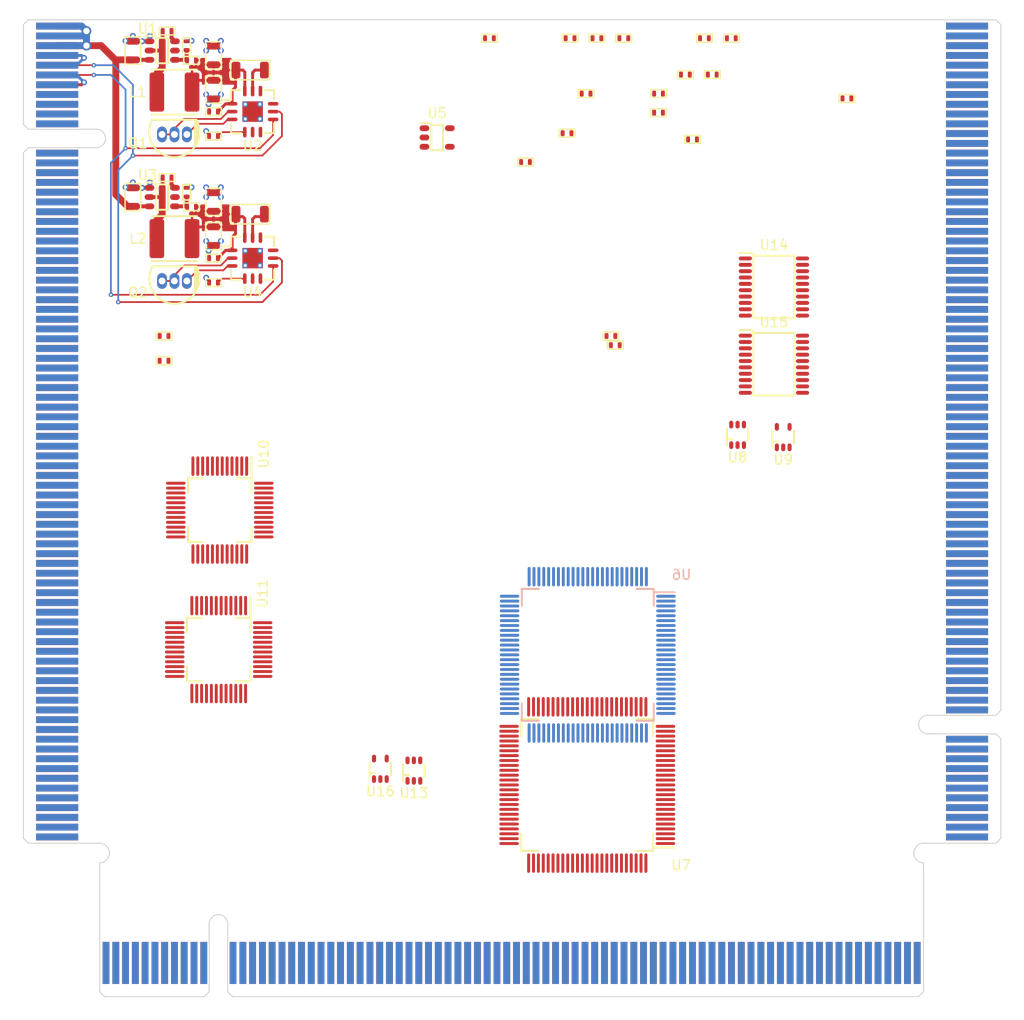
<source format=kicad_pcb>
(kicad_pcb (version 20211014) (generator pcbnew)
  (layers (0 "F.Cu" signal) (1 "In1.Cu" signal) (2 "In2.Cu" signal) (31 "B.Cu" signal) (34 "B.Paste" user) (35 "F.Paste" user) (36 "B.SilkS" user "B.Silkscreen") (37 "F.SilkS" user "F.Silkscreen") (38 "B.Mask" user) (39 "F.Mask" user) (44 "Edge.Cuts" user))
  (net 0 "")
  (net 1 "+12V")
  (net 2 "Net-(C2-Pad1)")
  (net 3 "/SW3v3")
  (net 4 "GND")
  (net 5 "/3v3")
  (net 6 "Net-(C7-Pad1)")
  (net 7 "/SW5v0")
  (net 33 "/5v0")
  (net 34 "/~{RESET}od")
  (net 35 "/SCL")
  (net 36 "/SDA")
  (net 37 "Net-(Q1-Pad1)")
  (net 107 "/T_L_{16}")
  (net 108 "/T_L_{17}")
  (net 109 "/T_L_{18}")
  (net 110 "/T_L_{19}")
  (net 111 "/T_L_{20}")
  (net 112 "/T_L_{21}")
  (net 113 "/T_L_{22}")
  (net 114 "/T_L_{23}")
  (net 115 "/T_L_{24}")
  (net 116 "/T_L_{25}")
  (net 117 "/T_L_{26}")
  (net 118 "/T_L_{27}")
  (net 119 "/T_L_{28}")
  (net 311 "Net-(Q1-Pad2)")
  (net 312 "Net-(Q2-Pad1)")
  (net 313 "Net-(Q2-Pad2)")
  (net 314 "Net-(R1-Pad2)")
  (net 315 "Net-(R3-Pad1)")
  (net 316 "VCC")
  (net 317 "Net-(R5-Pad2)")
  (net 318 "Net-(R7-Pad1)")
  (net 319 "+5V")
  (net 330 "Net-(C12-Pad1)")
  (net 331 "+1V8")
  (net 332 "Net-(R9-Pad1)")
  (net 333 "Net-(R10-Pad1)")
  (net 334 "Net-(R11-Pad1)")
  (net 335 "Net-(R12-Pad1)")
  (net 339 "/T_L_{29}")
  (net 340 "/T_L_{30}")
  (net 341 "/T_L_{31}")
  (net 360 "/T_PN_{16}")
  (net 361 "/T_PN_{17}")
  (net 362 "/T_PN_{18}")
  (net 363 "/T_PN_{19}")
  (net 364 "/T_PN_{20}")
  (net 365 "/T_~{SR2_WE}")
  (net 366 "/SLEEPING")
  (net 368 "/T_RSN_{5}")
  (net 369 "/T_RSN_{4}")
  (net 370 "/T_RSN_{3}")
  (net 371 "/T_RSN_{2}")
  (net 376 "/T_RSN_{1}")
  (net 377 "/T_RSN_{0}")
  (net 378 "/T_SR2_WI_{2}")
  (net 379 "/T_SR2_WI_{1}")
  (net 380 "/T_SR2_WI_{0}")
  (net 385 "/S_SR2_RI_{0}")
  (net 386 "/S_SR2_RI_{1}")
  (net 387 "/S_SR2_RI_{2}")
  (net 388 "/S_RSN_{0}")
  (net 389 "/S_RSN_{1}")
  (net 390 "/S_RSN_{2}")
  (net 395 "/S_RSN_{3}")
  (net 396 "/S_RSN_{4}")
  (net 397 "/S_RSN_{5}")
  (net 399 "/T_PN_{21}")
  (net 400 "/T_PN_{22}")
  (net 401 "/T_PN_{23}")
  (net 402 "/T_PN_{24}")
  (net 403 "/T_PN_{25}")
  (net 404 "/T_PN_{26}")
  (net 405 "/T_PN_{27}")
  (net 406 "/T_PN_{28}")
  (net 409 "/T_PN_{29}")
  (net 410 "/T_PN_{30}")
  (net 411 "/T_PN_{31}")
  (net 428 "/S_BASE_RI_{0}")
  (net 429 "/S_BASE_RI_{1}")
  (net 430 "/S_BASE_RI_{2}")
  (net 436 "/S_BASE_RI_{3}")
  (net 448 "/S_BASE_{16}")
  (net 449 "/TCK")
  (net 450 "/S_BASE_{17}")
  (net 451 "/S_BASE_{18}")
  (net 452 "/S_BASE_{19}")
  (net 453 "/S_BASE_{20}")
  (net 454 "/S_BASE_{21}")
  (net 455 "/S_BASE_{22}")
  (net 456 "/S_BASE_{23}")
  (net 457 "/S_BASE_{24}")
  (net 458 "/S_BASE_{25}")
  (net 459 "/S_BASE_{26}")
  (net 460 "/S_BASE_{27}")
  (net 461 "/TMS")
  (net 462 "/S_BASE_{28}")
  (net 463 "/S_BASE_{29}")
  (net 464 "/S_BASE_{30}")
  (net 465 "/S_BASE_{31}")
  (net 475 "/S_JH_SRC_{0}")
  (net 476 "/S_JH_SRC_{1}")
  (net 478 "/S_JH_SRC_{2}")
  (net 480 "Net-(U13-Pad4)")
  (net 501 "/T_SR2_WSRC_{0}")
  (net 505 "/S_SR2_{24}")
  (net 506 "/S_SR2_{25}")
  (net 507 "/S_SR2_{26}")
  (net 508 "/S_SR2_{27}")
  (net 509 "/S_SR2_{28}")
  (net 510 "/S_SR2_{29}")
  (net 511 "/S_SR2_{30}")
  (net 512 "/S_SR2_{31}")
  (net 513 "/T_SR2_{16}")
  (net 515 "/T_SR2_{17}")
  (net 516 "/T_SR2_{18}")
  (net 517 "/T_SR2_{19}")
  (net 518 "/T_SR2_{20}")
  (net 519 "/T_SR2_WSRC_{1}")
  (net 522 "/T_SR2_{21}")
  (net 523 "/T_SR2_{22}")
  (net 524 "/T_SR2_{24}")
  (net 525 "/T_SR2_{25}")
  (net 526 "/T_SR2_{23}")
  (net 527 "/T_SR2_{26}")
  (net 528 "/T_SR2_{27}")
  (net 529 "/T_SR2_{28}")
  (net 530 "/T_SR2_{29}")
  (net 531 "/T_SR2_{30}")
  (net 532 "/T_SR2_{31}")
  (net 533 "/S_SR2_{16}")
  (net 535 "/S_SR2_{17}")
  (net 536 "/S_SR2_{18}")
  (net 537 "/S_SR2_{19}")
  (net 538 "/S_SR2_{20}")
  (net 539 "/~{RESET}")
  (net 540 "/T_~{INHIBIT_W}")
  (net 541 "/WCLK")
  (net 542 "/RCLK")
  (net 543 "/S_J_{23}")
  (net 544 "/S_J_{22}")
  (net 545 "/S_J_{21}")
  (net 546 "/S_J_{20}")
  (net 547 "/S_J_{19}")
  (net 548 "/S_J_{18}")
  (net 549 "/S_J_{17}")
  (net 550 "/S_J_{16}")
  (net 551 "/S_J_{31}")
  (net 552 "/S_J_{30}")
  (net 553 "/S_J_{29}")
  (net 554 "/S_J_{28}")
  (net 555 "/S_J_{27}")
  (net 556 "/S_J_{26}")
  (net 557 "/S_J_{25}")
  (net 558 "/S_J_{24}")
  (net 569 "/S_SR2_{21}")
  (net 570 "/S_SR2_{22}")
  (net 578 "/S_SR2_{23}")
  (net 579 "Net-(U8-Pad4)")
  (net 580 "/S_~{SR2H_to_J}")
  (net 581 "/T_INHIBIT_W")
  (footprint "footprints:U_QFP-100_14x14_P0.5" (layer "F.Cu") (at 71.24 91.68 180)
    (fp_text reference "U7")
    (fp_text value "CY7C0241-15AC")
  )
  (footprint "footprints:C_0402" (layer "F.Cu") (at 85.98 15.24)
    (fp_text reference "C26")
    (fp_text value "100n")
  )
  (footprint "footprints:U_QFN-12_4x4_P0.8_EP2.1x2.1" (layer "F.Cu") (at 37 37.75)
    (fp_text reference "U4")
    (fp_text value "EMC1702")
  )
  (footprint "footprints:C_0402" (layer "F.Cu") (at 74.98 15.24)
    (fp_text reference "C29")
    (fp_text value "100n")
  )
  (footprint "footprints:R_0402" (layer "F.Cu") (at 74.11 46.66)
    (fp_text reference "R9")
    (fp_text value "1k")
  )
  (footprint "footprints:U_QFP-48_7x7_P0.5" (layer "F.Cu") (at 33.64 63.54 -90)
    (fp_text reference "U10")
    (fp_text value "LC4032x-T48")
  )
  (footprint "footprints:R_1206" (layer "F.Cu") (at 36.75 33.25 180)
    (fp_text reference "R8")
    (fp_text value "15m")
  )
  (footprint "footprints:C_0805" (layer "F.Cu") (at 33 35.5 -90)
    (fp_text reference "C9")
    (fp_text value "22u")
  )
  (footprint "footprints:R_0402" (layer "F.Cu") (at 27.94 48.26)
    (fp_text reference "R11")
    (fp_text value "1k")
  )
  (footprint "footprints:C_0402" (layer "F.Cu") (at 83.23 15.24)
    (fp_text reference "C12")
    (fp_text value "1u")
  )
  (footprint "footprints:C_0402" (layer "F.Cu") (at 61.23 15.24)
    (fp_text reference "C14")
    (fp_text value "100n")
  )
  (footprint "footprints:L_taiyo_yuden_nrs5040" (layer "F.Cu") (at 29 35.75 180)
    (fp_text reference "L2")
    (fp_text value "3.3u")
  )
  (footprint "footprints:R_0402" (layer "F.Cu") (at 33 25.25 180)
    (fp_text reference "R3")
    (fp_text value "LIST")
  )
  (footprint "footprints:U_TO92-3" (layer "F.Cu") (at 29 40.088223 180)
    (fp_text reference "Q2")
    (fp_text value "2N3904")
  )
  (footprint "footprints:C_0805" (layer "F.Cu") (at 33 17 90)
    (fp_text reference "C4")
    (fp_text value "22u")
  )
  (footprint "footprints:R_0402" (layer "F.Cu") (at 33 40.25 180)
    (fp_text reference "R7")
    (fp_text value "LIST")
  )
  (footprint "footprints:R_0402" (layer "F.Cu") (at 27.94 45.72)
    (fp_text reference "R12")
    (fp_text value "1k")
  )
  (footprint "footprints:U_QFP-48_7x7_P0.5" (layer "F.Cu") (at 33.53 77.82 -90)
    (fp_text reference "U11")
    (fp_text value "LC4032x-T48")
  )
  (footprint "footprints:C_0805" (layer "F.Cu") (at 24.75 31.5 90)
    (fp_text reference "C6")
    (fp_text value "10u")
  )
  (footprint "footprints:C_0402" (layer "F.Cu") (at 81.28 18.96)
    (fp_text reference "C31")
    (fp_text value "100n")
  )
  (footprint "footprints:R_0402" (layer "F.Cu") (at 30.75 17.5 180)
    (fp_text reference "R1")
    (fp_text value "33k2 1%")
  )
  (footprint "footprints:U_SOT353_1.25x2.1_P0.65" (layer "F.Cu") (at 91.29 56.07)
    (fp_text reference "U9")
    (fp_text value "74x1G32")
  )
  (footprint "footprints:U_QFN-12_4x4_P0.8_EP2.1x2.1" (layer "F.Cu") (at 37 22.75)
    (fp_text reference "U2")
    (fp_text value "EMC1702")
  )
  (footprint "footprints:U_SOT363_1.25x2.1_P0.65" (layer "F.Cu") (at 53.5 90.21)
    (fp_text reference "U13")
    (fp_text value "74x1G332")
  )
  (footprint "footprints:C_0402" (layer "F.Cu") (at 71.12 20.91)
    (fp_text reference "C13")
    (fp_text value "100n")
  )
  (footprint "footprints:U_TSSOP-20_4.4x6.5_P0.65" (layer "F.Cu") (at 90.34 40.70875 -90)
    (fp_text reference "U14")
    (fp_text value "74x541")
  )
  (footprint "footprints:C_0402" (layer "F.Cu") (at 28.25 14.5 180)
    (fp_text reference "C2")
    (fp_text value "100n")
  )
  (footprint "footprints:C_0402" (layer "F.Cu") (at 69.48 15.24)
    (fp_text reference "C25")
    (fp_text value "100n")
  )
  (footprint "footprints:CardEdge_PCIe_x16" (layer "F.Cu") (at 113.55 97.65 90)
    (fp_text reference "J3")
    (fp_text value "2M11_2M71")
    (fp_line (start 0 -0.5) (end 0.5 0) (layer "Edge.Cuts") (width 0.1))
    (fp_line (start 11.2 -0.5) (end 10.7 0) (layer "Edge.Cuts") (width 0.1))
    (fp_line (start 0.5 0) (end 10.7 0) (layer "Edge.Cuts") (width 0.1))
    (fp_line (start 13.6 0) (end 83.8 0) (layer "Edge.Cuts") (width 0.1))
    (fp_line (start 11.2 -7.45) (end 11.2 -0.5) (layer "Edge.Cuts") (width 0.1))
    (fp_line (start 84.3 -7.45) (end 84.3 -0.5) (layer "Edge.Cuts") (width 0.1))
    (fp_line (start 13.1 -7.45) (end 13.1 -0.5) (layer "Edge.Cuts") (width 0.1))
    (fp_line (start 84.3 -0.5) (end 83.8 0) (layer "Edge.Cuts") (width 0.1))
    (fp_line (start 13.1 -0.5) (end 13.6 0) (layer "Edge.Cuts") (width 0.1))
    (fp_line (start 0 -7.45) (end 0 -0.5) (layer "Edge.Cuts") (width 0.1))
    (fp_arc (start 11.2 -7.45) (mid 12.15 -8.4) (end 13.1 -7.45) (layer "Edge.Cuts") (width 0.1))
  )
  (footprint "footprints:CardEdge_PCIe_x16" (layer "F.Cu") (at 21.35 113.35)
    (fp_text reference "J2")
    (fp_text value "2M11_2M71")
    (fp_line (start 84.3 -7.45) (end 84.3 -0.5) (layer "Edge.Cuts") (width 0.1))
    (fp_line (start 13.1 -0.5) (end 13.6 0) (layer "Edge.Cuts") (width 0.1))
    (fp_line (start 0 -0.5) (end 0.5 0) (layer "Edge.Cuts") (width 0.1))
    (fp_line (start 13.6 0) (end 83.8 0) (layer "Edge.Cuts") (width 0.1))
    (fp_line (start 13.1 -7.45) (end 13.1 -0.5) (layer "Edge.Cuts") (width 0.1))
    (fp_line (start 0 -7.45) (end 0 -0.5) (layer "Edge.Cuts") (width 0.1))
    (fp_line (start 11.2 -0.5) (end 10.7 0) (layer "Edge.Cuts") (width 0.1))
    (fp_line (start 84.3 -0.5) (end 83.8 0) (layer "Edge.Cuts") (width 0.1))
    (fp_line (start 0.5 0) (end 10.7 0) (layer "Edge.Cuts") (width 0.1))
    (fp_line (start 11.2 -7.45) (end 11.2 -0.5) (layer "Edge.Cuts") (width 0.1))
    (fp_arc (start 11.2 -7.45) (mid 12.15 -8.4) (end 13.1 -7.45) (layer "Edge.Cuts") (width 0.1))
  )
  (footprint "footprints:CardEdge_PCIe_x16" (layer "F.Cu") (at 13.55 13.35 -90)
    (fp_text reference "J1")
    (fp_text value "2M11_2M71")
    (fp_line (start 13.1 -0.5) (end 13.6 0) (layer "Edge.Cuts") (width 0.1))
    (fp_line (start 11.2 -0.5) (end 10.7 0) (layer "Edge.Cuts") (width 0.1))
    (fp_line (start 84.3 -7.45) (end 84.3 -0.5) (layer "Edge.Cuts") (width 0.1))
    (fp_line (start 0 -7.45) (end 0 -0.5) (layer "Edge.Cuts") (width 0.1))
    (fp_line (start 0 -0.5) (end 0.5 0) (layer "Edge.Cuts") (width 0.1))
    (fp_line (start 13.1 -7.45) (end 13.1 -0.5) (layer "Edge.Cuts") (width 0.1))
    (fp_line (start 13.6 0) (end 83.8 0) (layer "Edge.Cuts") (width 0.1))
    (fp_line (start 11.2 -7.45) (end 11.2 -0.5) (layer "Edge.Cuts") (width 0.1))
    (fp_line (start 0.5 0) (end 10.7 0) (layer "Edge.Cuts") (width 0.1))
    (fp_line (start 84.3 -0.5) (end 83.8 0) (layer "Edge.Cuts") (width 0.1))
    (fp_arc (start 11.2 -7.45) (mid 12.15 -8.4) (end 13.1 -7.45) (layer "Edge.Cuts") (width 0.1))
  )
  (footprint "footprints:C_0805" (layer "F.Cu") (at 33 20.5 -90)
    (fp_text reference "C3")
    (fp_text value "22u")
  )
  (footprint "footprints:U_SOT23-6" (layer "F.Cu") (at 27.75 31.5)
    (fp_text reference "U3")
    (fp_text value "AP62300TWU-7")
  )
  (footprint "footprints:C_0402" (layer "F.Cu") (at 78.53 20.91)
    (fp_text reference "C24")
    (fp_text value "100n")
  )
  (footprint "footprints:R_0402" (layer "F.Cu") (at 73.66 45.72)
    (fp_text reference "R10")
    (fp_text value "1k")
  )
  (footprint "footprints:R_0402" (layer "F.Cu") (at 30.25 16 90)
    (fp_text reference "R2")
    (fp_text value "10k 1%")
  )
  (footprint "footprints:L_taiyo_yuden_nrs5040" (layer "F.Cu") (at 29 20.75 180)
    (fp_text reference "L1")
    (fp_text value "3.3u")
  )
  (footprint "footprints:C_0402" (layer "F.Cu") (at 33 22.75 180)
    (fp_text reference "C5")
    (fp_text value "100n")
  )
  (footprint "footprints:U_SOT23-6" (layer "F.Cu") (at 27.75 16.5)
    (fp_text reference "U1")
    (fp_text value "AP62300TWU-7")
  )
  (footprint "footprints:C_0402" (layer "F.Cu") (at 84.03 18.96)
    (fp_text reference "C23")
    (fp_text value "100n")
  )
  (footprint "footprints:R_0402" (layer "F.Cu") (at 30.75 32.5 180)
    (fp_text reference "R5")
    (fp_text value "56k2 1%")
  )
  (footprint "footprints:U_SOT23-5" (layer "F.Cu") (at 55.88 25.4)
    (fp_text reference "U5")
    (fp_text value "MIC5504-1.8YM5")
  )
  (footprint "footprints:C_0402" (layer "F.Cu") (at 33 37.75 180)
    (fp_text reference "C10")
    (fp_text value "100n")
  )
  (footprint "footprints:C_0402" (layer "F.Cu") (at 72.23 15.24)
    (fp_text reference "C27")
    (fp_text value "100n")
  )
  (footprint "footprints:C_0402" (layer "F.Cu") (at 64.92 27.91)
    (fp_text reference "C30")
    (fp_text value "100n")
  )
  (footprint "footprints:C_0402" (layer "F.Cu") (at 78.53 22.86)
    (fp_text reference "C28")
    (fp_text value "100n")
  )
  (footprint "footprints:C_0402" (layer "F.Cu") (at 28.25 29.5 180)
    (fp_text reference "C7")
    (fp_text value "100n")
  )
  (footprint "footprints:U_TSSOP-20_4.4x6.5_P0.65" (layer "F.Cu") (at 90.34 48.60875 -90)
    (fp_text reference "U15")
    (fp_text value "74x541")
  )
  (footprint "footprints:C_0402" (layer "F.Cu") (at 82.01 25.6)
    (fp_text reference "C33")
    (fp_text value "100n")
  )
  (footprint "footprints:R_0402" (layer "F.Cu") (at 30.25 31 90)
    (fp_text reference "R6")
    (fp_text value "10k 1%")
  )
  (footprint "footprints:C_0805" (layer "F.Cu") (at 24.75 16.5 90)
    (fp_text reference "C1")
    (fp_text value "10u")
  )
  (footprint "footprints:C_0402" (layer "F.Cu") (at 97.81 21.4)
    (fp_text reference "C32")
    (fp_text value "100n")
  )
  (footprint "footprints:U_SOT363_1.25x2.1_P0.65" (layer "F.Cu") (at 86.62 55.84)
    (fp_text reference "U8")
    (fp_text value "74x1G11")
  )
  (footprint "footprints:U_SOT353_1.25x2.1_P0.65" (layer "F.Cu") (at 50.07 90.03)
    (fp_text reference "U16")
    (fp_text value "74x1G32")
  )
  (footprint "footprints:U_TO92-3" (layer "F.Cu") (at 29 25.088223 180)
    (fp_text reference "Q1")
    (fp_text value "2N3904")
  )
  (footprint "footprints:C_0805" (layer "F.Cu") (at 33 32 90)
    (fp_text reference "C8")
    (fp_text value "22u")
  )
  (footprint "footprints:R_1206" (layer "F.Cu") (at 36.75 18.5 180)
    (fp_text reference "R4")
    (fp_text value "15m")
  )
  (footprint "footprints:C_0402" (layer "F.Cu") (at 69.17 24.96)
    (fp_text reference "C11")
    (fp_text value "1u")
  )
  (footprint "footprints:U_QFP-100_14x14_P0.5" (layer "B.Cu") (at 71.29 78.36 180)
    (fp_text reference "U6")
    (fp_text value "CY7C0241-15AC")
  )
  (gr_line (start 21 97.65) (end 21.35 97.65) (layer "Edge.Cuts") (width 0.1))
  (gr_line (start 106.1 13.35) (end 21 13.35) (layer "Edge.Cuts") (width 0.1))
  (gr_line (start 105.65 105.9) (end 105.65 99.65) (layer "Edge.Cuts") (width 0.1))
  (gr_line (start 21.35 105.9) (end 21.35 99.65) (layer "Edge.Cuts") (width 0.1))
  (gr_line (start 105.65 97.65) (end 106.1 97.65) (layer "Edge.Cuts") (width 0.1))
  (gr_arc (start 105.65 99.65) (mid 104.65 98.65) (end 105.65 97.65) (layer "Edge.Cuts") (width 0.1))
  (gr_arc (start 21.35 97.65) (mid 22.35 98.65) (end 21.35 99.65) (layer "Edge.Cuts") (width 0.1))
  (segment (start 20 15) (end 20 16) (width 0.7) (layer "F.Cu") (net 1))
  (segment (start 23 31.25) (end 24.2 32.45) (width 0.7) (layer "F.Cu") (net 1))
  (segment (start 19.5 14) (end 17 14) (width 0.7) (layer "F.Cu") (net 1))
  (segment (start 17 15) (end 20 15) (width 0.7) (layer "F.Cu") (net 1))
  (segment (start 20 16) (end 21.5 16) (width 0.7) (layer "F.Cu") (net 1))
  (segment (start 26.45 32.45) (end 24.75 32.45) (width 0.4) (layer "F.Cu") (net 1))
  (segment (start 26.45 17.45) (end 24.75 17.45) (width 0.4) (layer "F.Cu") (net 1))
  (segment (start 20 14.5) (end 19.5 14) (width 0.7) (layer "F.Cu") (net 1))
  (segment (start 21.5 16) (end 22.95 17.45) (width 0.7) (layer "F.Cu") (net 1))
  (segment (start 21.5 16) (end 23 17.5) (width 0.7) (layer "F.Cu") (net 1))
  (segment (start 22.95 17.45) (end 24.75 17.45) (width 0.7) (layer "F.Cu") (net 1))
  (segment (start 23 17.5) (end 23 31.25) (width 0.7) (layer "F.Cu") (net 1))
  (segment (start 24.2 32.45) (end 24.75 32.45) (width 0.7) (layer "F.Cu") (net 1))
  (segment (start 20 16) (end 17 16) (width 0.7) (layer "F.Cu") (net 1))
  (segment (start 20 16) (end 20 14.5) (width 0.7) (layer "F.Cu") (net 1))
  (via (at 20 16) (size 1) (drill 0.65) (layers "F.Cu" "B.Cu") (net 1))
  (via (at 20 14.5) (size 1) (drill 0.65) (layers "F.Cu" "B.Cu") (net 1))
  (segment (start 19.5 14) (end 17 14) (width 0.7) (layer "B.Cu") (net 1))
  (segment (start 20 14.5) (end 19.5 14) (width 0.7) (layer "B.Cu") (net 1))
  (segment (start 20 16) (end 20 15) (width 0.7) (layer "B.Cu") (net 1))
  (segment (start 20 16) (end 20 14.5) (width 0.7) (layer "B.Cu") (net 1))
  (segment (start 20 15) (end 17 15) (width 0.7) (layer "B.Cu") (net 1))
  (segment (start 20 16) (end 17 16) (width 0.7) (layer "B.Cu") (net 1))
  (segment (start 28.7 15.2) (end 29.05 15.55) (width 0.4) (layer "F.Cu") (net 2))
  (segment (start 28.7 14.5) (end 28.7 15.2) (width 0.4) (layer "F.Cu") (net 2))
  (segment (start 27.8 15.45) (end 27.75 15.5) (width 0.4) (layer "F.Cu") (net 3))
  (segment (start 26.45 16.5) (end 27.75 16.5) (width 0.4) (layer "F.Cu") (net 3))
  (segment (start 27.75 15.5) (end 27.75 16.5) (width 0.7) (layer "F.Cu") (net 3))
  (segment (start 27.75 16.5) (end 27.75 18.3) (width 0.7) (layer "F.Cu") (net 3))
  (segment (start 27.2 18.85) (end 27.2 20.75) (width 0.7) (layer "F.Cu") (net 3))
  (segment (start 27.75 18.3) (end 27.2 18.85) (width 0.7) (layer "F.Cu") (net 3))
  (segment (start 27.8 14.5) (end 27.8 15.45) (width 0.4) (layer "F.Cu") (net 3))
  (segment (start 32.55 37.05) (end 32.5 37) (width 0.3) (layer "F.Cu") (net 4))
  (segment (start 33.3 31.05) (end 33.75 31.5) (width 0.3) (layer "F.Cu") (net 4))
  (segment (start 25.7 15.55) (end 24.75 15.55) (width 0.4) (layer "F.Cu") (net 4))
  (segment (start 37 37.75) (end 37.75 37) (width 0.3) (layer "F.Cu") (net 4))
  (segment (start 33 21.45) (end 33 21.5) (width 0.3) (layer "F.Cu") (net 4))
  (segment (start 33 36.45) (end 33 36.5) (width 0.3) (layer "F.Cu") (net 4))
  (segment (start 33 16.05) (end 32.8 16.05) (width 0.3) (layer "F.Cu") (net 4))
  (segment (start 33 16.05) (end 32.7 16.05) (width 0.3) (layer "F.Cu") (net 4))
  (segment (start 32.7 36.45) (end 32.25 36) (width 0.3) (layer "F.Cu") (net 4))
  (segment (start 30.7 15.55) (end 30.75 15.5) (width 0.3) (layer "F.Cu") (net 4))
  (segment (start 32.55 22.05) (end 32.5 22) (width 0.3) (layer "F.Cu") (net 4))
  (segment (start 26.45 15.55) (end 26.45 15.05) (width 0.4) (layer "F.Cu") (net 4))
  (segment (start 37 37.75) (end 36.25 38.5) (width 0.3) (layer "F.Cu") (net 4))
  (segment (start 33 36.45) (end 32.7 36.45) (width 0.3) (layer "F.Cu") (net 4))
  (segment (start 32.8 31.05) (end 32.25 30.5) (width 0.3) (layer "F.Cu") (net 4))
  (segment (start 32.7 21.45) (end 32.25 21) (width 0.3) (layer "F.Cu") (net 4))
  (segment (start 32.7 16.05) (end 32.25 16.5) (width 0.3) (layer "F.Cu") (net 4))
  (segment (start 26.45 30.55) (end 26.45 30.05) (width 0.4) (layer "F.Cu") (net 4))
  (segment (start 24.75 15.55) (end 24.05 15.55) (width 0.4) (layer "F.Cu") (net 4))
  (segment (start 26.45 15.55) (end 25.7 15.55) (width 0.4) (layer "F.Cu") (net 4))
  (segment (start 33 21.45) (end 32.7 21.45) (width 0.3) (layer "F.Cu") (net 4))
  (segment (start 37 22.75) (end 36.25 22) (width 0.3) (layer "F.Cu") (net 4))
  (segment (start 30.25 30.55) (end 30.7 30.55) (width 0.3) (layer "F.Cu") (net 4))
  (segment (start 30.25 15.55) (end 30.7 15.55) (width 0.3) (layer "F.Cu") (net 4))
  (segment (start 32.8 16.05) (end 32.25 15.5) (width 0.3) (layer "F.Cu") (net 4))
  (segment (start 26.45 30.05) (end 26.5 30) (width 0.4) (layer "F.Cu") (net 4))
  (segment (start 32.55 25.05) (end 32.25 24.75) (width 0.3) (layer "F.Cu") (net 4))
  (segment (start 32.55 22.75) (end 32.55 22.05) (width 0.3) (layer "F.Cu") (net 4))
  (segment (start 33 31.05) (end 32.8 31.05) (width 0.3) (layer "F.Cu") (net 4))
  (segment (start 33 36.5) (end 32.5 37) (width 0.3) (layer "F.Cu") (net 4))
  (segment (start 33 31.05) (end 32.7 31.05) (width 0.3) (layer "F.Cu") (net 4))
  (segment (start 33 21.5) (end 32.5 22) (width 0.3) (layer "F.Cu") (net 4))
  (segment (start 32.7 31.05) (end 32.25 31.5) (width 0.3) (layer "F.Cu") (net 4))
  (segment (start 24.75 30.55) (end 24.05 30.55) (width 0.4) (layer "F.Cu") (net 4))
  (segment (start 33 36.45) (end 33.3 36.45) (width 0.3) (layer "F.Cu") (net 4))
  (segment (start 33.2 31.05) (end 33.75 30.5) (width 0.3) (layer "F.Cu") (net 4))
  (segment (start 33.3 36.45) (end 33.75 36) (width 0.3) (layer "F.Cu") (net 4))
  (segment (start 32.55 40.05) (end 32.25 39.75) (width 0.3) (layer "F.Cu") (net 4))
  (segment (start 37 37.75) (end 37.75 38.5) (width 0.3) (layer "F.Cu") (net 4))
  (segment (start 17 17) (end 19.5 17) (width 0.3) (layer "F.Cu") (net 4))
  (segment (start 33 21.45) (end 33.3 21.45) (width 0.3) (layer "F.Cu") (net 4))
  (segment (start 32.55 25.25) (end 32.55 25.05) (width 0.3) (layer "F.Cu") (net 4))
  (segment (start 33 31.05) (end 33.2 31.05) (width 0.3) (layer "F.Cu") (net 4))
  (segment (start 33.3 16.05) (end 33.75 16.5) (width 0.3) (layer "F.Cu") (net 4))
  (segment (start 33 16.05) (end 33.2 16.05) (width 0.3) (layer "F.Cu") (net 4))
  (segment (start 26.45 30.55) (end 25.7 30.55) (width 0.4) (layer "F.Cu") (net 4))
  (segment (start 30.7 30.55) (end 30.75 30.5) (width 0.3) (layer "F.Cu") (net 4))
  (segment (start 33.3 21.45) (end 33.75 21) (width 0.3) (layer "F.Cu") (net 4))
  (segment (start 24.75 15.55) (end 24.75 15) (width 0.4) (layer "F.Cu") (net 4))
  (segment (start 19.75 19.75) (end 19.5 20) (width 0.3) (layer "F.Cu") (net 4))
  (segment (start 32.55 37.75) (end 32.55 37.05) (width 0.3) (layer "F.Cu") (net 4))
  (segment (start 37 22.75) (end 37.75 22) (width 0.3) (layer "F.Cu") (net 4))
  (segment (start 37 22.75) (end 36.25 23.5) (width 0.3) (layer "F.Cu") (net 4))
  (segment (start 24.05 15.55) (end 24 15.5) (width 0.4) (layer "F.Cu") (net 4))
  (segment (start 33.2 16.05) (end 33.75 15.5) (width 0.3) (layer "F.Cu") (net 4))
  (segment (start 32.55 40.25) (end 32.55 40.05) (width 0.3) (layer "F.Cu") (net 4))
  (segment (start 19.5 17) (end 19.75 17.25) (width 0.3) (layer "F.Cu") (net 4))
  (segment (start 24.75 30.55) (end 24.75 30) (width 0.4) (layer "F.Cu") (net 4))
  (segment (start 25.7 30.55) (end 24.75 30.55) (width 0.4) (layer "F.Cu") (net 4))
  (segment (start 37 37.75) (end 36.25 37) (width 0.3) (layer "F.Cu") (net 4))
  (segment (start 19.5 20) (end 17 20) (width 0.3) (layer "F.Cu") (net 4))
  (segment (start 24.05 30.55) (end 24 30.5) (width 0.4) (layer "F.Cu") (net 4))
  (segment (start 33 31.05) (end 33.3 31.05) (width 0.3) (layer "F.Cu") (net 4))
  (segment (start 26.45 15.05) (end 26.5 15) (width 0.4) (layer "F.Cu") (net 4))
  (segment (start 37 22.75) (end 37.75 23.5) (width 0.3) (layer "F.Cu") (net 4))
  (segment (start 33 16.05) (end 33.3 16.05) (width 0.3) (layer "F.Cu") (net 4))
  (via (at 32.25 16.5) (size 0.6) (drill 0.3) (layers "F.Cu" "B.Cu") (net 4))
  (via (at 32.25 31.5) (size 0.6) (drill 0.3) (layers "F.Cu" "B.Cu") (net 4))
  (via (at 33.75 30.5) (size 0.6) (drill 0.3) (layers "F.Cu" "B.Cu") (net 4))
  (via (at 37.75 37) (size 0.6) (drill 0.3) (layers "F.Cu" "B.Cu") (net 4))
  (via (at 36.25 23.5) (size 0.6) (drill 0.3) (layers "F.Cu" "B.Cu") (net 4))
  (via (at 36.25 22) (size 0.6) (drill 0.3) (layers "F.Cu" "B.Cu") (net 4))
  (via (at 25.7 30.55) (size 0.6) (drill 0.3) (layers "F.Cu" "B.Cu") (net 4))
  (via (at 36.25 38.5) (size 0.6) (drill 0.3) (layers "F.Cu" "B.Cu") (net 4))
  (via (at 32.5 22) (size 0.6) (drill 0.3) (layers "F.Cu" "B.Cu") (net 4))
  (via (at 37.75 23.5) (size 0.6) (drill 0.3) (layers "F.Cu" "B.Cu") (net 4))
  (via (at 33.75 15.5) (size 0.6) (drill 0.3) (layers "F.Cu" "B.Cu") (net 4))
  (via (at 33.75 31.5) (size 0.6) (drill 0.3) (layers "F.Cu" "B.Cu") (net 4))
  (via (at 24.75 15) (size 0.6) (drill 0.3) (layers "F.Cu" "B.Cu") (net 4))
  (via (at 26.5 30) (size 0.6) (drill 0.3) (layers "F.Cu" "B.Cu") (net 4))
  (via (at 25.7 15.55) (size 0.6) (drill 0.3) (layers "F.Cu" "B.Cu") (net 4))
  (via (at 32.25 30.5) (size 0.6) (drill 0.3) (layers "F.Cu" "B.Cu") (net 4))
  (via (at 24 15.5) (size 0.6) (drill 0.3) (layers "F.Cu" "B.Cu") (net 4))
  (via (at 33.75 16.5) (size 0.6) (drill 0.3) (layers "F.Cu" "B.Cu") (net 4))
  (via (at 37.75 38.5) (size 0.6) (drill 0.3) (layers "F.Cu" "B.Cu") (net 4))
  (via (at 32.25 24.75) (size 0.6) (drill 0.3) (layers "F.Cu" "B.Cu") (net 4))
  (via (at 36.25 37) (size 0.6) (drill 0.3) (layers "F.Cu" "B.Cu") (net 4))
  (via (at 26.5 15) (size 0.6) (drill 0.3) (layers "F.Cu" "B.Cu") (net 4))
  (via (at 32.25 36) (size 0.6) (drill 0.3) (layers "F.Cu" "B.Cu") (net 4))
  (via (at 32.25 21) (size 0.6) (drill 0.3) (layers "F.Cu" "B.Cu") (net 4))
  (via (at 32.25 15.5) (size 0.6) (drill 0.3) (layers "F.Cu" "B.Cu") (net 4))
  (via (at 33.75 36) (size 0.6) (drill 0.3) (layers "F.Cu" "B.Cu") (net 4))
  (via (at 24.75 30) (size 0.6) (drill 0.3) (layers "F.Cu" "B.Cu") (net 4))
  (via (at 19.75 19.75) (size 0.6) (drill 0.3) (layers "F.Cu" "B.Cu") (net 4))
  (via (at 33.75 21) (size 0.6) (drill 0.3) (layers "F.Cu" "B.Cu") (net 4))
  (via (at 32.25 39.75) (size 0.6) (drill 0.3) (layers "F.Cu" "B.Cu") (net 4))
  (via (at 19.75 17.25) (size 0.6) (drill 0.3) (layers "F.Cu" "B.Cu") (net 4))
  (via (at 30.75 15.5) (size 0.6) (drill 0.3) (layers "F.Cu" "B.Cu") (net 4))
  (via (at 32.5 37) (size 0.6) (drill 0.3) (layers "F.Cu" "B.Cu") (net 4))
  (via (at 30.75 30.5) (size 0.6) (drill 0.3) (layers "F.Cu" "B.Cu") (net 4))
  (via (at 24 30.5) (size 0.6) (drill 0.3) (layers "F.Cu" "B.Cu") (net 4))
  (via (at 37.75 22) (size 0.6) (drill 0.3) (layers "F.Cu" "B.Cu") (net 4))
  (segment (start 19 19) (end 17 19) (width 0.3) (layer "B.Cu") (net 4))
  (segment (start 19.5 17) (end 17 17) (width 0.3) (layer "B.Cu") (net 4))
  (segment (start 17 18) (end 19 18) (width 0.3) (layer "B.Cu") (net 4))
  (segment (start 19.75 17.25) (end 19.5 17) (width 0.3) (layer "B.Cu") (net 4))
  (segment (start 19 18) (end 19.75 17.25) (width 0.3) (layer "B.Cu") (net 4))
  (segment (start 19.75 19.75) (end 19 19) (width 0.3) (layer "B.Cu") (net 4))
  (segment (start 34.9 20.6) (end 35.25 20.25) (width 0.3) (layer "F.Cu") (net 5))
  (segment (start 36.2 20.65) (end 36.2 18.7) (width 0.3) (layer "F.Cu") (net 5))
  (segment (start 35.25 20.25) (end 35.25 18.55) (width 0.3) (layer "F.Cu") (net 5))
  (segment (start 36 18.5) (end 35.3 18.5) (width 0.3) (layer "F.Cu") (net 5))
  (segment (start 34.9 21.95) (end 34.9 20.6) (width 0.3) (layer "F.Cu") (net 5))
  (segment (start 35.25 18.55) (end 35.3 18.5) (width 0.3) (layer "F.Cu") (net 5))
  (segment (start 33 19.55) (end 31.2 19.55) (width 0.3) (layer "F.Cu") (net 5))
  (segment (start 34.9 21.95) (end 34.25 21.95) (width 0.3) (layer "F.Cu") (net 5))
  (segment (start 36.2 18.7) (end 36 18.5) (width 0.3) (layer "F.Cu") (net 5))
  (segment (start 34.25 21.95) (end 33.45 22.75) (width 0.3) (layer "F.Cu") (net 5))
  (segment (start 31.2 19.55) (end 31 19.75) (width 0.3) (layer "F.Cu") (net 5))
  (segment (start 28.7 30.2) (end 29.05 30.55) (width 0.4) (layer "F.Cu") (net 6))
  (segment (start 28.7 29.5) (end 28.7 30.2) (width 0.4) (layer "F.Cu") (net 6))
  (segment (start 27.8 30.45) (end 27.75 30.5) (width 0.4) (layer "F.Cu") (net 7))
  (segment (start 27.75 31.5) (end 27.75 33.3) (width 0.7) (layer "F.Cu") (net 7))
  (segment (start 27.8 29.5) (end 27.8 30.45) (width 0.4) (layer "F.Cu") (net 7))
  (segment (start 27.75 30.5) (end 27.75 31.5) (width 0.7) (layer "F.Cu") (net 7))
  (segment (start 27.2 33.85) (end 27.2 35.75) (width 0.7) (layer "F.Cu") (net 7))
  (segment (start 27.75 33.3) (end 27.2 33.85) (width 0.7) (layer "F.Cu") (net 7))
  (segment (start 26.45 31.5) (end 27.75 31.5) (width 0.4) (layer "F.Cu") (net 7))
  (segment (start 35.25 33.55) (end 35.3 33.5) (width 0.3) (layer "F.Cu") (net 33))
  (segment (start 36.2 35.65) (end 36.2 33.7) (width 0.3) (layer "F.Cu") (net 33))
  (segment (start 36 33.5) (end 35.3 33.5) (width 0.3) (layer "F.Cu") (net 33))
  (segment (start 35.25 35.25) (end 35.25 33.55) (width 0.3) (layer "F.Cu") (net 33))
  (segment (start 36.2 33.7) (end 36 33.5) (width 0.3) (layer "F.Cu") (net 33))
  (segment (start 33 34.55) (end 31.2 34.55) (width 0.3) (layer "F.Cu") (net 33))
  (segment (start 34.9 36.95) (end 34.25 36.95) (width 0.3) (layer "F.Cu") (net 33))
  (segment (start 34.25 36.95) (end 33.45 37.75) (width 0.3) (layer "F.Cu") (net 33))
  (segment (start 31.2 34.55) (end 31 34.75) (width 0.3) (layer "F.Cu") (net 33))
  (segment (start 34.9 36.95) (end 34.9 35.6) (width 0.3) (layer "F.Cu") (net 33))
  (segment (start 34.9 35.6) (end 35.25 35.25) (width 0.3) (layer "F.Cu") (net 33))
  (segment (start 23.25 42.25) (end 38 42.25) (width 0.1778) (layer "F.Cu") (net 35))
  (segment (start 17 18) (end 20.75 18) (width 0.1778) (layer "F.Cu") (net 35))
  (segment (start 40 23) (end 39.75 22.75) (width 0.1778) (layer "F.Cu") (net 35))
  (segment (start 38 42.25) (end 40 40.25) (width 0.1778) (layer "F.Cu") (net 35))
  (segment (start 39.75 37.75) (end 39.1 37.75) (width 0.1778) (layer "F.Cu") (net 35))
  (segment (start 24.75 27.25) (end 38 27.25) (width 0.1778) (layer "F.Cu") (net 35))
  (segment (start 40 25.25) (end 40 23) (width 0.1778) (layer "F.Cu") (net 35))
  (segment (start 40 38) (end 39.75 37.75) (width 0.1778) (layer "F.Cu") (net 35))
  (segment (start 38 27.25) (end 40 25.25) (width 0.1778) (layer "F.Cu") (net 35))
  (segment (start 40 40.25) (end 40 38) (width 0.1778) (layer "F.Cu") (net 35))
  (segment (start 39.75 22.75) (end 39.1 22.75) (width 0.1778) (layer "F.Cu") (net 35))
  (via (at 20.75 18) (size 0.45) (drill 0.2) (layers "F.Cu" "B.Cu") (net 35))
  (via (at 23.25 42.25) (size 0.45) (drill 0.2) (layers "F.Cu" "B.Cu") (net 35))
  (via (at 24.75 27.25) (size 0.45) (drill 0.2) (layers "F.Cu" "B.Cu") (net 35))
  (segment (start 22.75 18) (end 20.75 18) (width 0.1778) (layer "B.Cu") (net 35))
  (segment (start 24.75 20) (end 22.75 18) (width 0.1778) (layer "B.Cu") (net 35))
  (segment (start 24.75 27.25) (end 24.75 20) (width 0.1778) (layer "B.Cu") (net 35))
  (segment (start 23.25 28.75) (end 24.75 27.25) (width 0.1778) (layer "B.Cu") (net 35))
  (segment (start 23.25 42.25) (end 23.25 28.75) (width 0.1778) (layer "B.Cu") (net 35))
  (segment (start 37.75 41.5) (end 24 41.5) (width 0.1778) (layer "F.Cu") (net 36))
  (segment (start 24 26.5) (end 37.75 26.5) (width 0.1778) (layer "F.Cu") (net 36))
  (segment (start 39.1 25.15) (end 39.1 23.55) (width 0.1778) (layer "F.Cu") (net 36))
  (segment (start 24 41.5) (end 22.5 41.5) (width 0.1778) (layer "F.Cu") (net 36))
  (segment (start 37.75 26.5) (end 39.1 25.15) (width 0.1778) (layer "F.Cu") (net 36))
  (segment (start 39.1 38.55) (end 39.1 40.15) (width 0.1778) (layer "F.Cu") (net 36))
  (segment (start 39.1 40.15) (end 37.75 41.5) (width 0.1778) (layer "F.Cu") (net 36))
  (segment (start 20.75 19) (end 17 19) (width 0.1778) (layer "F.Cu") (net 36))
  (via (at 24 26.5) (size 0.45) (drill 0.2) (layers "F.Cu" "B.Cu") (net 36))
  (via (at 20.75 19) (size 0.45) (drill 0.2) (layers "F.Cu" "B.Cu") (net 36))
  (via (at 22.5 41.5) (size 0.45) (drill 0.2) (layers "F.Cu" "B.Cu") (net 36))
  (segment (start 22.5 19) (end 20.75 19) (width 0.1778) (layer "B.Cu") (net 36))
  (segment (start 22.5 28) (end 22.5 41.5) (width 0.1778) (layer "B.Cu") (net 36))
  (segment (start 24 26.5) (end 22.5 28) (width 0.1778) (layer "B.Cu") (net 36))
  (segment (start 24 26.5) (end 24 20.5) (width 0.1778) (layer "B.Cu") (net 36))
  (segment (start 24 20.5) (end 22.5 19) (width 0.1778) (layer "B.Cu") (net 36))
  (segment (start 34.45 23.55) (end 34 24) (width 0.1778) (layer "F.Cu") (net 37))
  (segment (start 34 24) (end 31.358223 24) (width 0.1778) (layer "F.Cu") (net 37))
  (segment (start 31.358223 24) (end 30.27 25.088223) (width 0.1778) (layer "F.Cu") (net 37))
  (segment (start 34.9 23.55) (end 34.45 23.55) (width 0.1778) (layer "F.Cu") (net 37))
  (segment (start 29 24.5) (end 29 25.088223) (width 0.1778) (layer "F.Cu") (net 311))
  (segment (start 27.73 25.088223) (end 29 25.088223) (width 0.1778) (layer "F.Cu") (net 311))
  (segment (start 33.75 23.5) (end 30 23.5) (width 0.1778) (layer "F.Cu") (net 311))
  (segment (start 34.5 22.75) (end 33.75 23.5) (width 0.1778) (layer "F.Cu") (net 311))
  (segment (start 30 23.5) (end 29 24.5) (width 0.1778) (layer "F.Cu") (net 311))
  (segment (start 34.9 22.75) (end 34.5 22.75) (width 0.1778) (layer "F.Cu") (net 311))
  (segment (start 31.358223 39) (end 30.27 40.088223) (width 0.1778) (layer "F.Cu") (net 312))
  (segment (start 34.45 38.55) (end 34 39) (width 0.1778) (layer "F.Cu") (net 312))
  (segment (start 34 39) (end 31.358223 39) (width 0.1778) (layer "F.Cu") (net 312))
  (segment (start 34.9 38.55) (end 34.45 38.55) (width 0.1778) (layer "F.Cu") (net 312))
  (segment (start 30 38.5) (end 29 39.5) (width 0.1778) (layer "F.Cu") (net 313))
  (segment (start 27.73 40.088223) (end 29 40.088223) (width 0.1778) (layer "F.Cu") (net 313))
  (segment (start 33.75 38.5) (end 30 38.5) (width 0.1778) (layer "F.Cu") (net 313))
  (segment (start 34.5 37.75) (end 33.75 38.5) (width 0.1778) (layer "F.Cu") (net 313))
  (segment (start 34.9 37.75) (end 34.5 37.75) (width 0.1778) (layer "F.Cu") (net 313))
  (segment (start 29 39.5) (end 29 40.088223) (width 0.1778) (layer "F.Cu") (net 313))
  (segment (start 30.25 17.45) (end 30.3 17.5) (width 0.4) (layer "F.Cu") (net 314))
  (segment (start 29.05 17.45) (end 30.25 17.45) (width 0.4) (layer "F.Cu") (net 314))
  (segment (start 30.25 16.45) (end 30.25 17.45) (width 0.4) (layer "F.Cu") (net 314))
  (segment (start 33.85 24.85) (end 33.45 25.25) (width 0.1778) (layer "F.Cu") (net 315))
  (segment (start 36.2 24.85) (end 33.85 24.85) (width 0.1778) (layer "F.Cu") (net 315))
  (segment (start 37.25 18.5) (end 38.2 18.5) (width 0.3) (layer "F.Cu") (net 316))
  (segment (start 37 20.65) (end 37 18.75) (width 0.3) (layer "F.Cu") (net 316))
  (segment (start 37 18.75) (end 37.25 18.5) (width 0.3) (layer "F.Cu") (net 316))
  (segment (start 30.25 31.45) (end 30.25 32.45) (width 0.4) (layer "F.Cu") (net 317))
  (segment (start 30.25 32.45) (end 30.3 32.5) (width 0.4) (layer "F.Cu") (net 317))
  (segment (start 29.05 32.45) (end 30.25 32.45) (width 0.4) (layer "F.Cu") (net 317))
  (segment (start 36.2 39.85) (end 33.85 39.85) (width 0.1778) (layer "F.Cu") (net 318))
  (segment (start 33.85 39.85) (end 33.45 40.25) (width 0.1778) (layer "F.Cu") (net 318))
  (segment (start 37 35.65) (end 37 33.75) (width 0.3) (layer "F.Cu") (net 319))
  (segment (start 37 33.75) (end 37.25 33.5) (width 0.3) (layer "F.Cu") (net 319))
  (segment (start 37.25 33.5) (end 38.2 33.5) (width 0.3) (layer "F.Cu") (net 319))
  (zone (net 5) (net_name "/3v3") (layer "F.Cu") (priority 1) (connect_pads (clearance 0.254)) (min_thickness 0.254) (fill yes (thermal_gap 0.254) (thermal_bridge_width 0.254))
    (polygon (pts (xy 35.25 20) (xy 30.5 20) (xy 30.5 17.25) (xy 35.25 17.25)))
  )
  (zone (net 33) (net_name "/5v0") (layer "F.Cu") (priority 1) (connect_pads (clearance 0.254)) (min_thickness 0.254) (fill yes (thermal_gap 0.254) (thermal_bridge_width 0.254))
    (polygon (pts (xy 35.25 35) (xy 30.5 35) (xy 30.5 32.25) (xy 35.25 32.25)))
  )
)
</source>
